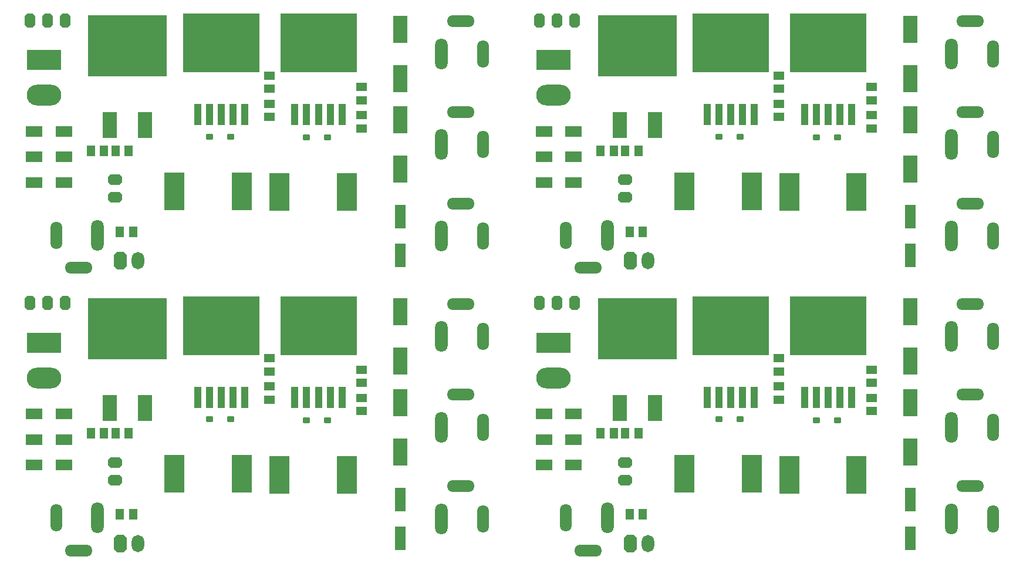
<source format=gbr>
%TF.GenerationSoftware,Altium Limited,Altium Designer,23.1.1 (15)*%
G04 Layer_Color=255*
%FSLAX45Y45*%
%MOMM*%
%TF.SameCoordinates,4CCFFED5-D059-4900-A68D-9618ACEA1AB5*%
%TF.FilePolarity,Positive*%
%TF.FileFunction,Pads,Top*%
%TF.Part,CustomerPanel*%
G01*
G75*
%TA.AperFunction,SMDPad,CuDef*%
%ADD10R,2.33000X1.56000*%
%ADD11R,1.50000X1.30000*%
G04:AMPARAMS|DCode=12|XSize=1mm|YSize=0.8mm|CornerRadius=0.1mm|HoleSize=0mm|Usage=FLASHONLY|Rotation=180.000|XOffset=0mm|YOffset=0mm|HoleType=Round|Shape=RoundedRectangle|*
%AMROUNDEDRECTD12*
21,1,1.00000,0.60000,0,0,180.0*
21,1,0.80000,0.80000,0,0,180.0*
1,1,0.20000,-0.40000,0.30000*
1,1,0.20000,0.40000,0.30000*
1,1,0.20000,0.40000,-0.30000*
1,1,0.20000,-0.40000,-0.30000*
%
%ADD12ROUNDEDRECTD12*%
%ADD13R,1.30000X1.50000*%
%ADD14R,1.01999X3.08282*%
%ADD15R,10.99998X8.49998*%
%ADD16R,2.90000X5.40000*%
%ADD17R,2.00000X4.00000*%
%TA.AperFunction,ConnectorPad*%
%ADD18R,11.43000X8.89000*%
%ADD19R,2.08000X3.81000*%
%TA.AperFunction,SMDPad,CuDef*%
%ADD20R,1.60000X3.50000*%
%TA.AperFunction,ComponentPad*%
%ADD26O,3.99999X1.70000*%
%ADD27O,1.80000X4.49999*%
%ADD28O,1.70000X3.99999*%
%ADD29O,1.80000X2.50000*%
G04:AMPARAMS|DCode=30|XSize=1.8mm|YSize=2.5mm|CornerRadius=0mm|HoleSize=0mm|Usage=FLASHONLY|Rotation=180.000|XOffset=0mm|YOffset=0mm|HoleType=Round|Shape=Octagon|*
%AMOCTAGOND30*
4,1,8,0.45000,-1.25000,-0.45000,-1.25000,-0.90000,-0.80000,-0.90000,0.80000,-0.45000,1.25000,0.45000,1.25000,0.90000,0.80000,0.90000,-0.80000,0.45000,-1.25000,0.0*
%
%ADD30OCTAGOND30*%

G04:AMPARAMS|DCode=31|XSize=2.032mm|YSize=1.524mm|CornerRadius=0mm|HoleSize=0mm|Usage=FLASHONLY|Rotation=90.000|XOffset=0mm|YOffset=0mm|HoleType=Round|Shape=Octagon|*
%AMOCTAGOND31*
4,1,8,0.38100,1.01600,-0.38100,1.01600,-0.76200,0.63500,-0.76200,-0.63500,-0.38100,-1.01600,0.38100,-1.01600,0.76200,-0.63500,0.76200,0.63500,0.38100,1.01600,0.0*
%
%ADD31OCTAGOND31*%

G04:AMPARAMS|DCode=32|XSize=2.032mm|YSize=1.524mm|CornerRadius=0mm|HoleSize=0mm|Usage=FLASHONLY|Rotation=180.000|XOffset=0mm|YOffset=0mm|HoleType=Round|Shape=Octagon|*
%AMOCTAGOND32*
4,1,8,-1.01600,0.38100,-1.01600,-0.38100,-0.63500,-0.76200,0.63500,-0.76200,1.01600,-0.38100,1.01600,0.38100,0.63500,0.76200,-0.63500,0.76200,-1.01600,0.38100,0.0*
%
%ADD32OCTAGOND32*%

%ADD33R,5.00000X3.00000*%
%ADD34O,5.00000X3.00000*%
D10*
X3024500Y6235700D02*
D03*
X3452500D02*
D03*
X3024500Y5499100D02*
D03*
X3452500D02*
D03*
X3024500Y5867400D02*
D03*
X3452500D02*
D03*
X10377800Y6235700D02*
D03*
X10805800D02*
D03*
X10377800Y5499100D02*
D03*
X10805800D02*
D03*
X10377800Y5867400D02*
D03*
X10805800D02*
D03*
X3024500Y10312400D02*
D03*
X3452500D02*
D03*
X3024500Y9575800D02*
D03*
X3452500D02*
D03*
X3024500Y9944100D02*
D03*
X3452500D02*
D03*
X10377800Y10312400D02*
D03*
X10805800D02*
D03*
X10377800Y9575800D02*
D03*
X10805800D02*
D03*
X10377800Y9944100D02*
D03*
X10805800D02*
D03*
D11*
X7746992Y6876808D02*
D03*
Y6686808D02*
D03*
X6413492Y7041908D02*
D03*
Y6851908D02*
D03*
Y6445492D02*
D03*
Y6635492D02*
D03*
X7746992Y6280392D02*
D03*
Y6470392D02*
D03*
X15100291Y6876808D02*
D03*
Y6686808D02*
D03*
X13766792Y7041908D02*
D03*
Y6851908D02*
D03*
Y6445492D02*
D03*
Y6635492D02*
D03*
X15100291Y6280392D02*
D03*
Y6470392D02*
D03*
X7746992Y10953508D02*
D03*
Y10763508D02*
D03*
X6413492Y11118608D02*
D03*
Y10928608D02*
D03*
Y10522192D02*
D03*
Y10712192D02*
D03*
X7746992Y10357092D02*
D03*
Y10547092D02*
D03*
X15100291Y10953508D02*
D03*
Y10763508D02*
D03*
X13766792Y11118608D02*
D03*
Y10928608D02*
D03*
Y10522192D02*
D03*
Y10712192D02*
D03*
X15100291Y10357092D02*
D03*
Y10547092D02*
D03*
D12*
X5549900Y6159500D02*
D03*
X5854700D02*
D03*
X6953701Y6146800D02*
D03*
X7258501D02*
D03*
X12903200Y6159500D02*
D03*
X13208000D02*
D03*
X14307001Y6146800D02*
D03*
X14611801D02*
D03*
X5549900Y10236200D02*
D03*
X5854700D02*
D03*
X6953701Y10223500D02*
D03*
X7258501D02*
D03*
X12903200Y10236200D02*
D03*
X13208000D02*
D03*
X14307001Y10223500D02*
D03*
X14611801D02*
D03*
D13*
X4451108Y4787908D02*
D03*
X4261108D02*
D03*
X4032008Y5956308D02*
D03*
X3842008D02*
D03*
X4197608D02*
D03*
X4387608D02*
D03*
X11804408Y4787908D02*
D03*
X11614408D02*
D03*
X11385308Y5956308D02*
D03*
X11195308D02*
D03*
X11550908D02*
D03*
X11740908D02*
D03*
X4451108Y8864608D02*
D03*
X4261108D02*
D03*
X4032008Y10033008D02*
D03*
X3842008D02*
D03*
X4197608D02*
D03*
X4387608D02*
D03*
X11804408Y8864608D02*
D03*
X11614408D02*
D03*
X11385308Y10033008D02*
D03*
X11195308D02*
D03*
X11550908D02*
D03*
X11740908D02*
D03*
D14*
X6784701Y6477319D02*
D03*
X6954700D02*
D03*
X7124700D02*
D03*
X7294700D02*
D03*
X7464699D02*
D03*
X5380900D02*
D03*
X5550899D02*
D03*
X5720899D02*
D03*
X5890899D02*
D03*
X6060898D02*
D03*
X14138000D02*
D03*
X14308000D02*
D03*
X14478000D02*
D03*
X14648000D02*
D03*
X14817999D02*
D03*
X12734200D02*
D03*
X12904199D02*
D03*
X13074199D02*
D03*
X13244199D02*
D03*
X13414198D02*
D03*
X6784701Y10554019D02*
D03*
X6954700D02*
D03*
X7124700D02*
D03*
X7294700D02*
D03*
X7464699D02*
D03*
X5380900D02*
D03*
X5550899D02*
D03*
X5720899D02*
D03*
X5890899D02*
D03*
X6060898D02*
D03*
X14138000D02*
D03*
X14308000D02*
D03*
X14478000D02*
D03*
X14648000D02*
D03*
X14817999D02*
D03*
X12734200D02*
D03*
X12904199D02*
D03*
X13074199D02*
D03*
X13244199D02*
D03*
X13414198D02*
D03*
D15*
X7124700Y7509301D02*
D03*
X5720899D02*
D03*
X14478000D02*
D03*
X13074199D02*
D03*
X7124700Y11586001D02*
D03*
X5720899D02*
D03*
X14478000D02*
D03*
X13074199D02*
D03*
D16*
X7533500Y5359400D02*
D03*
X6563500D02*
D03*
X5049800Y5372100D02*
D03*
X6019800D02*
D03*
X14886800Y5359400D02*
D03*
X13916800D02*
D03*
X12403100Y5372100D02*
D03*
X13373100D02*
D03*
X7533500Y9436100D02*
D03*
X6563500D02*
D03*
X5049800Y9448800D02*
D03*
X6019800D02*
D03*
X14886800Y9436100D02*
D03*
X13916800D02*
D03*
X12403100Y9448800D02*
D03*
X13373100D02*
D03*
D17*
X8305800Y6399797D02*
D03*
Y5689797D02*
D03*
Y7707897D02*
D03*
Y6997897D02*
D03*
X15659100Y6399797D02*
D03*
Y5689797D02*
D03*
Y7707897D02*
D03*
Y6997897D02*
D03*
X8305800Y10476497D02*
D03*
Y9766497D02*
D03*
Y11784597D02*
D03*
Y11074597D02*
D03*
X15659100Y10476497D02*
D03*
Y9766497D02*
D03*
Y11784597D02*
D03*
Y11074597D02*
D03*
D18*
X4368800Y7467600D02*
D03*
X11722100D02*
D03*
X4368800Y11544300D02*
D03*
X11722100D02*
D03*
D19*
X4622800Y6324600D02*
D03*
X4114800D02*
D03*
X11976100D02*
D03*
X11468100D02*
D03*
X4622800Y10401300D02*
D03*
X4114800D02*
D03*
X11976100D02*
D03*
X11468100D02*
D03*
D20*
X8305800Y5004400D02*
D03*
Y4444400D02*
D03*
X15659100Y5004400D02*
D03*
Y4444400D02*
D03*
X8305800Y9081100D02*
D03*
Y8521100D02*
D03*
X15659100Y9081100D02*
D03*
Y8521100D02*
D03*
D26*
X9174599Y7822897D02*
D03*
Y5193997D02*
D03*
Y6514797D02*
D03*
X3665101Y4267103D02*
D03*
X16527899Y7822897D02*
D03*
Y5193997D02*
D03*
Y6514797D02*
D03*
X11018401Y4267103D02*
D03*
X9174599Y11899597D02*
D03*
Y9270697D02*
D03*
Y10591497D02*
D03*
X3665101Y8343803D02*
D03*
X16527899Y11899597D02*
D03*
Y9270697D02*
D03*
Y10591497D02*
D03*
X11018401Y8343803D02*
D03*
D27*
X8899601Y7352897D02*
D03*
Y4723997D02*
D03*
Y6044797D02*
D03*
X3940099Y4737103D02*
D03*
X16252901Y7352897D02*
D03*
Y4723997D02*
D03*
Y6044797D02*
D03*
X11293399Y4737103D02*
D03*
X8899601Y11429597D02*
D03*
Y8800697D02*
D03*
Y10121497D02*
D03*
X3940099Y8813803D02*
D03*
X16252901Y11429597D02*
D03*
Y8800697D02*
D03*
Y10121497D02*
D03*
X11293399Y8813803D02*
D03*
D28*
X9499600Y7352900D02*
D03*
Y4724000D02*
D03*
Y6044800D02*
D03*
X3340100Y4737100D02*
D03*
X16852901Y7352900D02*
D03*
Y4724000D02*
D03*
Y6044800D02*
D03*
X10693400Y4737100D02*
D03*
X9499600Y11429600D02*
D03*
Y8800700D02*
D03*
Y10121500D02*
D03*
X3340100Y8813800D02*
D03*
X16852901Y11429600D02*
D03*
Y8800700D02*
D03*
Y10121500D02*
D03*
X10693400Y8813800D02*
D03*
D29*
X4521200Y4368800D02*
D03*
X11874500D02*
D03*
X4521200Y8445500D02*
D03*
X11874500D02*
D03*
D30*
X4267200Y4368800D02*
D03*
X11620500D02*
D03*
X4267200Y8445500D02*
D03*
X11620500D02*
D03*
D31*
X3467100Y7835900D02*
D03*
X2959100D02*
D03*
X3213100D02*
D03*
X10820400D02*
D03*
X10312400D02*
D03*
X10566400D02*
D03*
X3467100Y11912600D02*
D03*
X2959100D02*
D03*
X3213100D02*
D03*
X10820400D02*
D03*
X10312400D02*
D03*
X10566400D02*
D03*
D32*
X4191000Y5537200D02*
D03*
Y5283200D02*
D03*
X11544300Y5537200D02*
D03*
Y5283200D02*
D03*
X4191000Y9613900D02*
D03*
Y9359900D02*
D03*
X11544300Y9613900D02*
D03*
Y9359900D02*
D03*
D33*
X3162300Y7264400D02*
D03*
X10515600D02*
D03*
X3162300Y11341100D02*
D03*
X10515600D02*
D03*
D34*
X3162300Y6756400D02*
D03*
X10515600D02*
D03*
X3162300Y10833100D02*
D03*
X10515600D02*
D03*
%TF.MD5,a93d1b4039828110bb63ae42abd59f68*%
M02*

</source>
